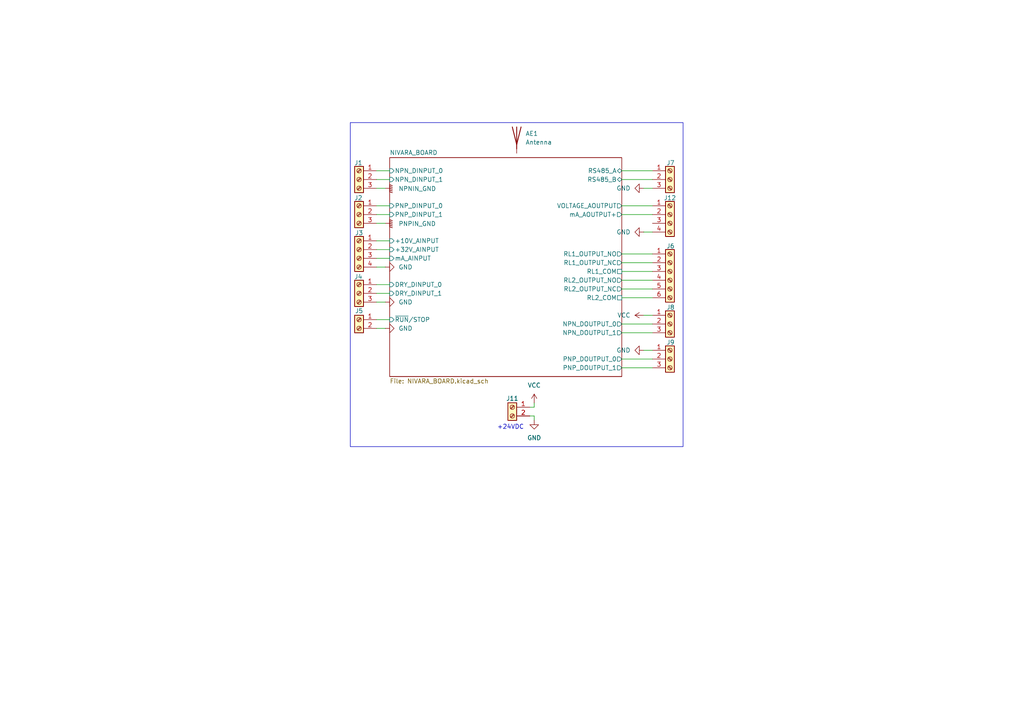
<source format=kicad_sch>
(kicad_sch (version 20250114) (generator "eeschema") (generator_version "9.0")
  (paper "A4")
  (lib_symbols
    (symbol "Connector:Screw_Terminal_01x02" (pin_names (offset 1.016) (hide yes))
      (property "Reference" "J" (at 0 2.54 0))
      (property "Value" "Screw_Terminal_01x02" (at 0 -5.08 0))
      (symbol "Screw_Terminal_01x02_1_1"
        (rectangle (start -1.27 1.27) (end 1.27 -3.81) (stroke (width 0.254)) (fill (type background)))
        (polyline (pts (xy -0.5334 0.3302) (xy 0.3302 -0.508)) (stroke (width 0.1524)))
        (polyline (pts (xy -0.5334 -2.2098) (xy 0.3302 -3.048)) (stroke (width 0.1524)))
        (polyline (pts (xy -0.3556 0.508) (xy 0.508 -0.3302)) (stroke (width 0.1524)))
        (polyline (pts (xy -0.3556 -2.032) (xy 0.508 -2.8702)) (stroke (width 0.1524)))
        (circle (center 0 0) (radius 0.635) (stroke (width 0.1524)))
        (circle (center 0 -2.54) (radius 0.635) (stroke (width 0.1524)))
        (pin passive line (at -5.08 0 0) (length 3.81) (name "Pin_1") (number "1"))
        (pin passive line (at -5.08 -2.54 0) (length 3.81) (name "Pin_2") (number "2"))
      )
    )
    (symbol "Connector:Screw_Terminal_01x03" (pin_names (offset 1.016) (hide yes))
      (property "Reference" "J" (at 0 5.08 0))
      (property "Value" "Screw_Terminal_01x03" (at 0 -5.08 0))
      (symbol "Screw_Terminal_01x03_1_1"
        (rectangle (start -1.27 3.81) (end 1.27 -3.81) (stroke (width 0.254)) (fill (type background)))
        (polyline (pts (xy -0.5334 2.8702) (xy 0.3302 2.032)) (stroke (width 0.1524)))
        (polyline (pts (xy -0.5334 0.3302) (xy 0.3302 -0.508)) (stroke (width 0.1524)))
        (polyline (pts (xy -0.5334 -2.2098) (xy 0.3302 -3.048)) (stroke (width 0.1524)))
        (polyline (pts (xy -0.3556 3.048) (xy 0.508 2.2098)) (stroke (width 0.1524)))
        (polyline (pts (xy -0.3556 0.508) (xy 0.508 -0.3302)) (stroke (width 0.1524)))
        (polyline (pts (xy -0.3556 -2.032) (xy 0.508 -2.8702)) (stroke (width 0.1524)))
        (circle (center 0 2.54) (radius 0.635) (stroke (width 0.1524)))
        (circle (center 0 0) (radius 0.635) (stroke (width 0.1524)))
        (circle (center 0 -2.54) (radius 0.635) (stroke (width 0.1524)))
        (pin passive line (at -5.08 2.54 0) (length 3.81) (name "Pin_1") (number "1"))
        (pin passive line (at -5.08 0 0) (length 3.81) (name "Pin_2") (number "2"))
        (pin passive line (at -5.08 -2.54 0) (length 3.81) (name "Pin_3") (number "3"))
      )
    )
    (symbol "Connector:Screw_Terminal_01x04" (pin_names (offset 1.016) (hide yes))
      (property "Reference" "J" (at 0 5.08 0))
      (property "Value" "Screw_Terminal_01x04" (at 0 -7.62 0))
      (symbol "Screw_Terminal_01x04_1_1"
        (rectangle (start -1.27 3.81) (end 1.27 -6.35) (stroke (width 0.254)) (fill (type background)))
        (polyline (pts (xy -0.5334 2.8702) (xy 0.3302 2.032)) (stroke (width 0.1524)))
        (polyline (pts (xy -0.5334 0.3302) (xy 0.3302 -0.508)) (stroke (width 0.1524)))
        (polyline (pts (xy -0.5334 -2.2098) (xy 0.3302 -3.048)) (stroke (width 0.1524)))
        (polyline (pts (xy -0.5334 -4.7498) (xy 0.3302 -5.588)) (stroke (width 0.1524)))
        (polyline (pts (xy -0.3556 3.048) (xy 0.508 2.2098)) (stroke (width 0.1524)))
        (polyline (pts (xy -0.3556 0.508) (xy 0.508 -0.3302)) (stroke (width 0.1524)))
        (polyline (pts (xy -0.3556 -2.032) (xy 0.508 -2.8702)) (stroke (width 0.1524)))
        (polyline (pts (xy -0.3556 -4.572) (xy 0.508 -5.4102)) (stroke (width 0.1524)))
        (circle (center 0 2.54) (radius 0.635) (stroke (width 0.1524)))
        (circle (center 0 0) (radius 0.635) (stroke (width 0.1524)))
        (circle (center 0 -2.54) (radius 0.635) (stroke (width 0.1524)))
        (circle (center 0 -5.08) (radius 0.635) (stroke (width 0.1524)))
        (pin passive line (at -5.08 2.54 0) (length 3.81) (name "Pin_1") (number "1"))
        (pin passive line (at -5.08 0 0) (length 3.81) (name "Pin_2") (number "2"))
        (pin passive line (at -5.08 -2.54 0) (length 3.81) (name "Pin_3") (number "3"))
        (pin passive line (at -5.08 -5.08 0) (length 3.81) (name "Pin_4") (number "4"))
      )
    )
    (symbol "Connector:Screw_Terminal_01x06" (pin_names (offset 1.016) (hide yes))
      (property "Reference" "J" (at 0 7.62 0))
      (property "Value" "Screw_Terminal_01x06" (at 0 -10.16 0))
      (symbol "Screw_Terminal_01x06_1_1"
        (rectangle (start -1.27 6.35) (end 1.27 -8.89) (stroke (width 0.254)) (fill (type background)))
        (polyline (pts (xy -0.5334 5.4102) (xy 0.3302 4.572)) (stroke (width 0.1524)))
        (polyline (pts (xy -0.5334 2.8702) (xy 0.3302 2.032)) (stroke (width 0.1524)))
        (polyline (pts (xy -0.5334 0.3302) (xy 0.3302 -0.508)) (stroke (width 0.1524)))
        (polyline (pts (xy -0.5334 -2.2098) (xy 0.3302 -3.048)) (stroke (width 0.1524)))
        (polyline (pts (xy -0.5334 -4.7498) (xy 0.3302 -5.588)) (stroke (width 0.1524)))
        (polyline (pts (xy -0.5334 -7.2898) (xy 0.3302 -8.128)) (stroke (width 0.1524)))
        (polyline (pts (xy -0.3556 5.588) (xy 0.508 4.7498)) (stroke (width 0.1524)))
        (polyline (pts (xy -0.3556 3.048) (xy 0.508 2.2098)) (stroke (width 0.1524)))
        (polyline (pts (xy -0.3556 0.508) (xy 0.508 -0.3302)) (stroke (width 0.1524)))
        (polyline (pts (xy -0.3556 -2.032) (xy 0.508 -2.8702)) (stroke (width 0.1524)))
        (polyline (pts (xy -0.3556 -4.572) (xy 0.508 -5.4102)) (stroke (width 0.1524)))
        (polyline (pts (xy -0.3556 -7.112) (xy 0.508 -7.9502)) (stroke (width 0.1524)))
        (circle (center 0 5.08) (radius 0.635) (stroke (width 0.1524)))
        (circle (center 0 2.54) (radius 0.635) (stroke (width 0.1524)))
        (circle (center 0 0) (radius 0.635) (stroke (width 0.1524)))
        (circle (center 0 -2.54) (radius 0.635) (stroke (width 0.1524)))
        (circle (center 0 -5.08) (radius 0.635) (stroke (width 0.1524)))
        (circle (center 0 -7.62) (radius 0.635) (stroke (width 0.1524)))
        (pin passive line (at -5.08 5.08 0) (length 3.81) (name "Pin_1") (number "1"))
        (pin passive line (at -5.08 2.54 0) (length 3.81) (name "Pin_2") (number "2"))
        (pin passive line (at -5.08 0 0) (length 3.81) (name "Pin_3") (number "3"))
        (pin passive line (at -5.08 -2.54 0) (length 3.81) (name "Pin_4") (number "4"))
        (pin passive line (at -5.08 -5.08 0) (length 3.81) (name "Pin_5") (number "5"))
        (pin passive line (at -5.08 -7.62 0) (length 3.81) (name "Pin_6") (number "6"))
      )
    )
    (symbol "Device:Antenna" (pin_numbers (hide yes)) (pin_names (offset 1.016) (hide yes))
      (property "Reference" "AE" (at -1.905 1.905 0))
      (property "Value" "Antenna" (at -1.905 0 0))
      (symbol "Antenna_0_1"
        (polyline (pts (xy 0 2.54) (xy 0 -3.81)) (stroke (width 0.254)))
        (polyline (pts (xy 1.27 2.54) (xy 0 -2.54) (xy -1.27 2.54)) (stroke (width 0.254)))
      )
      (symbol "Antenna_1_1"
        (pin input line (at 0 -5.08 90) (length 2.54) (name "A") (number "1"))
      )
    )
    (symbol "power:GND" (power) (pin_numbers (hide yes)) (pin_names (offset 0) (hide yes))
      (property "Value" "GND" (at 0 -3.81 0))
      (symbol "GND_0_1"
        (polyline (pts (xy 0 0) (xy 0 -1.27) (xy 1.27 -1.27) (xy 0 -2.54) (xy -1.27 -1.27) (xy 0 -1.27)))
      )
      (symbol "GND_1_1"
        (pin power_in line (at 0 0 270) (length 0) (name "~") (number "1"))
      )
    )
    (symbol "power:GNDPWR" (power) (pin_numbers (hide yes)) (pin_names (offset 0) (hide yes))
      (property "Value" "GNDPWR" (at 0 -3.302 0))
      (symbol "GNDPWR_0_1"
        (polyline (pts (xy -1.016 -1.27) (xy -1.27 -2.032) (xy -1.27 -2.032)) (stroke (width 0.2032)))
        (polyline (pts (xy -0.508 -1.27) (xy -0.762 -2.032) (xy -0.762 -2.032)) (stroke (width 0.2032)))
        (polyline (pts (xy 0 -1.27) (xy 0 0)))
        (polyline (pts (xy 0 -1.27) (xy -0.254 -2.032) (xy -0.254 -2.032)) (stroke (width 0.2032)))
        (polyline (pts (xy 0.508 -1.27) (xy 0.254 -2.032) (xy 0.254 -2.032)) (stroke (width 0.2032)))
        (polyline (pts (xy 1.016 -1.27) (xy -1.016 -1.27) (xy -1.016 -1.27)) (stroke (width 0.2032)))
        (polyline (pts (xy 1.016 -1.27) (xy 0.762 -2.032) (xy 0.762 -2.032) (xy 0.762 -2.032)) (stroke (width 0.2032)))
      )
      (symbol "GNDPWR_1_1"
        (pin power_in line (at 0 0 270) (length 0) (name "~") (number "1"))
      )
    )
    (symbol "power:VCC" (power) (pin_numbers (hide yes)) (pin_names (offset 0) (hide yes))
      (property "Value" "VCC" (at 0 3.556 0))
      (symbol "VCC_0_1"
        (polyline (pts (xy -0.762 1.27) (xy 0 2.54)))
        (polyline (pts (xy 0 2.54) (xy 0.762 1.27)))
        (polyline (pts (xy 0 0) (xy 0 2.54)))
      )
      (symbol "VCC_1_1"
        (pin power_in line (at 0 0 90) (length 0) (name "~") (number "1"))
      )
    )
  )
  (rectangle (start 101.6 35.56) (end 198.12 129.54))
  (text "+24VDC\n" (at 148.082 123.952 0) (effects (font (size 1.27 1.27))))
  (wire (pts (xy 109.22 54.61) (xy 111.76 54.61)))
  (wire (pts (xy 109.22 64.77) (xy 111.76 64.77)))
  (wire (pts (xy 180.34 93.98) (xy 189.23 93.98)))
  (wire (pts (xy 180.34 73.66) (xy 189.23 73.66)))
  (wire (pts (xy 180.34 104.14) (xy 189.23 104.14)))
  (wire (pts (xy 109.22 62.23) (xy 113.03 62.23)))
  (wire (pts (xy 109.22 72.39) (xy 113.03 72.39)))
  (wire (pts (xy 186.69 91.44) (xy 189.23 91.44)))
  (wire (pts (xy 180.34 81.28) (xy 189.23 81.28)))
  (wire (pts (xy 109.22 52.07) (xy 113.03 52.07)))
  (wire (pts (xy 180.34 62.23) (xy 189.23 62.23)))
  (wire (pts (xy 180.34 49.53) (xy 189.23 49.53)))
  (wire (pts (xy 180.34 86.36) (xy 189.23 86.36)))
  (wire (pts (xy 186.69 101.6) (xy 189.23 101.6)))
  (wire (pts (xy 109.22 85.09) (xy 113.03 85.09)))
  (wire (pts (xy 109.22 69.85) (xy 113.03 69.85)))
  (wire (pts (xy 186.69 54.61) (xy 189.23 54.61)))
  (wire (pts (xy 109.22 74.93) (xy 113.03 74.93)))
  (wire (pts (xy 109.22 59.69) (xy 113.03 59.69)))
  (wire (pts (xy 180.34 76.2) (xy 189.23 76.2)))
  (wire (pts (xy 154.94 118.11) (xy 154.94 116.84)))
  (wire (pts (xy 109.22 95.25) (xy 111.76 95.25)))
  (wire (pts (xy 109.22 87.63) (xy 111.76 87.63)))
  (wire (pts (xy 153.67 118.11) (xy 154.94 118.11)))
  (wire (pts (xy 180.34 59.69) (xy 189.23 59.69)))
  (wire (pts (xy 180.34 52.07) (xy 189.23 52.07)))
  (wire (pts (xy 180.34 78.74) (xy 189.23 78.74)))
  (wire (pts (xy 109.22 82.55) (xy 113.03 82.55)))
  (wire (pts (xy 186.69 67.31) (xy 189.23 67.31)))
  (wire (pts (xy 180.34 83.82) (xy 189.23 83.82)))
  (wire (pts (xy 153.67 120.65) (xy 154.94 120.65)))
  (wire (pts (xy 109.22 92.71) (xy 113.03 92.71)))
  (wire (pts (xy 109.22 77.47) (xy 111.76 77.47)))
  (wire (pts (xy 180.34 96.52) (xy 189.23 96.52)))
  (wire (pts (xy 154.94 120.65) (xy 154.94 121.92)))
  (wire (pts (xy 180.34 106.68) (xy 189.23 106.68)))
  (wire (pts (xy 109.22 49.53) (xy 113.03 49.53)))
  (symbol (lib_id "power:VCC") (at 154.94 116.84 0) (unit 1)
    (property "Reference" "#PWR7" (effects (hide yes)))
    (property "Value" "VCC" (at 154.94 111.76 0))
    (property "Description" "Power symbol creates a global label with name \"VCC\"" (effects (hide yes)))
  )
  (symbol (lib_id "power:GND") (at 186.69 67.31 270) (unit 1)
    (property "Reference" "#PWR5" (effects (hide yes)))
    (property "Value" "GND" (at 182.88 67.3099 90) (effects (justify right)))
    (property "Description" "Power symbol creates a global label with name \"GND\" , ground" (effects (hide yes)))
  )
  (symbol (lib_id "power:GND") (at 111.76 87.63 90) (unit 1)
    (property "Reference" "#PWR067" (effects (hide yes)))
    (property "Value" "GND" (at 115.57 87.6299 90) (effects (justify right)))
    (property "Description" "Power symbol creates a global label with name \"GND\" , ground" (effects (hide yes)))
  )
  (symbol (lib_id "Connector:Screw_Terminal_01x04") (at 194.31 62.23 0) (unit 1)
    (property "Reference" "J12" (at 194.31 57.404 0))
    (property "Value" "Screw_Terminal_01x04" (effects (hide yes)))
    (property "Description" "Generic screw terminal, single row, 01x04, script generated (kicad-library-utils/schlib/autogen/connector/)" (effects (hide yes)))
  )
  (symbol (lib_id "Connector:Screw_Terminal_01x03") (at 194.31 104.14 0) (unit 1)
    (property "Reference" "J9" (at 193.294 99.314 0) (effects (justify left)))
    (property "Value" "Screw_Terminal_01x03" (effects (hide yes)))
    (property "Description" "Generic screw terminal, single row, 01x03, script generated (kicad-library-utils/schlib/autogen/connector/)" (effects (hide yes)))
  )
  (symbol (lib_id "Connector:Screw_Terminal_01x06") (at 194.31 78.74 0) (unit 1)
    (property "Reference" "J6" (at 193.294 71.374 0) (effects (justify left)))
    (property "Value" "Screw_Terminal_01x06" (effects (hide yes)))
    (property "Description" "Generic screw terminal, single row, 01x06, script generated (kicad-library-utils/schlib/autogen/connector/)" (effects (hide yes)))
  )
  (symbol (lib_id "Connector:Screw_Terminal_01x02") (at 104.14 92.71 0) (mirror y) (unit 1)
    (property "Reference" "J5" (at 104.14 90.17 0))
    (property "Value" "Screw_Terminal_01x02" (effects (hide yes)))
    (property "Description" "Generic screw terminal, single row, 01x02, script generated (kicad-library-utils/schlib/autogen/connector/)" (effects (hide yes)))
  )
  (symbol (lib_id "power:GNDPWR") (at 111.76 54.61 90) (unit 1)
    (property "Reference" "#PWR065" (effects (hide yes)))
    (property "Value" "NPNIN_GND" (at 115.57 54.7369 90) (effects (justify right)))
    (property "Description" "Power symbol creates a global label with name \"GNDPWR\" , global ground" (effects (hide yes)))
  )
  (symbol (lib_id "Connector:Screw_Terminal_01x03") (at 104.14 52.07 0) (mirror y) (unit 1)
    (property "Reference" "J1" (at 105.156 47.244 0) (effects (justify left)))
    (property "Value" "Screw_Terminal_01x03" (effects (hide yes)))
    (property "Description" "Generic screw terminal, single row, 01x03, script generated (kicad-library-utils/schlib/autogen/connector/)" (effects (hide yes)))
  )
  (symbol (lib_id "power:GND") (at 111.76 95.25 90) (unit 1)
    (property "Reference" "#PWR3" (effects (hide yes)))
    (property "Value" "GND" (at 115.57 95.2499 90) (effects (justify right)))
    (property "Description" "Power symbol creates a global label with name \"GND\" , ground" (effects (hide yes)))
  )
  (symbol (lib_id "Connector:Screw_Terminal_01x04") (at 104.14 72.39 0) (mirror y) (unit 1)
    (property "Reference" "J3" (at 104.14 67.564 0))
    (property "Value" "Screw_Terminal_01x04" (effects (hide yes)))
    (property "Description" "Generic screw terminal, single row, 01x04, script generated (kicad-library-utils/schlib/autogen/connector/)" (effects (hide yes)))
  )
  (symbol (lib_id "power:GNDPWR") (at 111.76 64.77 90) (unit 1)
    (property "Reference" "#PWR066" (effects (hide yes)))
    (property "Value" "PNPIN_GND" (at 115.57 64.8969 90) (effects (justify right)))
    (property "Description" "Power symbol creates a global label with name \"GNDPWR\" , global ground" (effects (hide yes)))
  )
  (symbol (lib_id "power:VCC") (at 186.69 91.44 90) (unit 1)
    (property "Reference" "#PWR068" (effects (hide yes)))
    (property "Value" "VCC" (at 182.88 91.4399 90) (effects (justify left)))
    (property "Description" "Power symbol creates a global label with name \"VCC\"" (effects (hide yes)))
  )
  (symbol (lib_id "power:GND") (at 154.94 121.92 0) (unit 1)
    (property "Reference" "#PWR6" (effects (hide yes)))
    (property "Value" "GND" (at 154.94 127 0))
    (property "Description" "Power symbol creates a global label with name \"GND\" , ground" (effects (hide yes)))
  )
  (symbol (lib_id "power:GND") (at 186.69 101.6 270) (unit 1)
    (property "Reference" "#PWR069" (effects (hide yes)))
    (property "Value" "GND" (at 182.88 101.5999 90) (effects (justify right)))
    (property "Description" "Power symbol creates a global label with name \"GND\" , ground" (effects (hide yes)))
  )
  (symbol (lib_id "Connector:Screw_Terminal_01x03") (at 104.14 62.23 0) (mirror y) (unit 1)
    (property "Reference" "J2" (at 105.156 57.404 0) (effects (justify left)))
    (property "Value" "Screw_Terminal_01x03" (effects (hide yes)))
    (property "Description" "Generic screw terminal, single row, 01x03, script generated (kicad-library-utils/schlib/autogen/connector/)" (effects (hide yes)))
  )
  (symbol (lib_id "power:GND") (at 186.69 54.61 270) (unit 1)
    (property "Reference" "#PWR4" (effects (hide yes)))
    (property "Value" "GND" (at 182.88 54.6099 90) (effects (justify right)))
    (property "Description" "Power symbol creates a global label with name \"GND\" , ground" (effects (hide yes)))
  )
  (symbol (lib_id "power:GND") (at 111.76 77.47 90) (unit 1)
    (property "Reference" "#PWR2" (effects (hide yes)))
    (property "Value" "GND" (at 115.57 77.4699 90) (effects (justify right)))
    (property "Description" "Power symbol creates a global label with name \"GND\" , ground" (effects (hide yes)))
  )
  (symbol (lib_id "Connector:Screw_Terminal_01x02") (at 148.59 118.11 0) (mirror y) (unit 1)
    (property "Reference" "J11" (at 148.59 115.57 0))
    (property "Value" "Screw_Terminal_01x02" (effects (hide yes)))
    (property "Description" "Generic screw terminal, single row, 01x02, script generated (kicad-library-utils/schlib/autogen/connector/)" (effects (hide yes)))
  )
  (symbol (lib_id "Connector:Screw_Terminal_01x03") (at 194.31 52.07 0) (unit 1)
    (property "Reference" "J7" (at 193.294 47.244 0) (effects (justify left)))
    (property "Value" "Screw_Terminal_01x03" (effects (hide yes)))
    (property "Description" "Generic screw terminal, single row, 01x03, script generated (kicad-library-utils/schlib/autogen/connector/)" (effects (hide yes)))
  )
  (symbol (lib_id "Connector:Screw_Terminal_01x03") (at 194.31 93.98 0) (unit 1)
    (property "Reference" "J8" (at 193.294 89.154 0) (effects (justify left)))
    (property "Value" "Screw_Terminal_01x03" (effects (hide yes)))
    (property "Description" "Generic screw terminal, single row, 01x03, script generated (kicad-library-utils/schlib/autogen/connector/)" (effects (hide yes)))
  )
  (symbol (lib_id "Device:Antenna") (at 149.86 39.37 0) (unit 1)
    (property "Reference" "AE1" (at 152.4 38.7349 0) (effects (justify left)))
    (property "Value" "Antenna" (at 152.4 41.2749 0) (effects (justify left)))
    (property "Description" "Antenna" (effects (hide yes)))
  )
  (symbol (lib_id "Connector:Screw_Terminal_01x03") (at 104.14 85.09 0) (mirror y) (unit 1)
    (property "Reference" "J4" (at 105.156 80.264 0) (effects (justify left)))
    (property "Value" "Screw_Terminal_01x03" (effects (hide yes)))
    (property "Description" "Generic screw terminal, single row, 01x03, script generated (kicad-library-utils/schlib/autogen/connector/)" (effects (hide yes)))
  )
  (sheet (at 113.03 45.72) (size 67.31 63.5) (stroke (width 0.1524))
    (property "Sheetname" "NIVARA_BOARD" (at 113.03 45.0084 0) (effects (justify left bottom)))
    (property "Sheetfile" "NIVARA_BOARD.kicad_sch" (at 113.03 109.8046 0) (effects (justify left top)))
    (pin "+10V_AINPUT" input (at 113.03 69.85 180))
    (pin "+32V_AINPUT" input (at 113.03 72.39 180))
    (pin "mA_AINPUT" input (at 113.03 74.93 180))
    (pin "NPN_DINPUT_0" input (at 113.03 49.53 180))
    (pin "NPN_DINPUT_1" input (at 113.03 52.07 180))
    (pin "PNP_DINPUT_0" input (at 113.03 59.69 180))
    (pin "PNP_DINPUT_1" input (at 113.03 62.23 180))
    (pin "RL1_COM" passive (at 180.34 78.74 0))
    (pin "RL1_OUTPUT_NC" output (at 180.34 76.2 0))
    (pin "RL1_OUTPUT_NO" output (at 180.34 73.66 0))
    (pin "RL2_COM" passive (at 180.34 86.36 0))
    (pin "RL2_OUTPUT_NC" output (at 180.34 83.82 0))
    (pin "RL2_OUTPUT_NO" output (at 180.34 81.28 0))
    (pin "RS485_A" bidirectional (at 180.34 49.53 0))
    (pin "RS485_B" bidirectional (at 180.34 52.07 0))
    (pin "VOLTAGE_AOUTPUT" output (at 180.34 59.69 0))
    (pin "~{RUN}{slash}STOP" input (at 113.03 92.71 180))
    (pin "NPN_DOUTPUT_0" output (at 180.34 93.98 0))
    (pin "NPN_DOUTPUT_1" output (at 180.34 96.52 0))
    (pin "PNP_DOUTPUT_0" output (at 180.34 104.14 0))
    (pin "PNP_DOUTPUT_1" output (at 180.34 106.68 0))
    (pin "DRY_DINPUT_0" input (at 113.03 82.55 180))
    (pin "DRY_DINPUT_1" input (at 113.03 85.09 180))
    (pin "mA_AOUTPUT+" output (at 180.34 62.23 0))
  )
)
</source>
